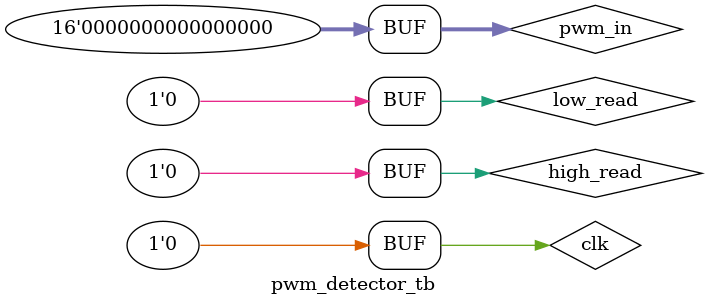
<source format=v>
module pwm_detector_tb;

reg clk;
reg [15:0] pwm_in;
reg low_read, high_read;
wire [15:0] data_out;

pwm_detector pwm_d(clk, pwm_in, high_read, low_read, data_out);

initial
begin

clk=0;

#3
pwm_in=0;
low_read=1;
high_read=0;

#10
pwm_in=1;
low_read=0;
high_read=1;

#100
pwm_in=0;
low_read=1;
high_read=0;

#50
pwm_in=0;
low_read=1;
high_read=0;

#20
low_read=0;
high_read=0;

end

initial repeat (500) #1 clk = ~clk;

always @(data_out)
$display("pwm_in:   ",pwm_in,"        ","low_read:   ",low_read,"        ","high_read:   ",high_read,"        ","data_out:   ",data_out,"        ","time:   ",$time);

endmodule

</source>
